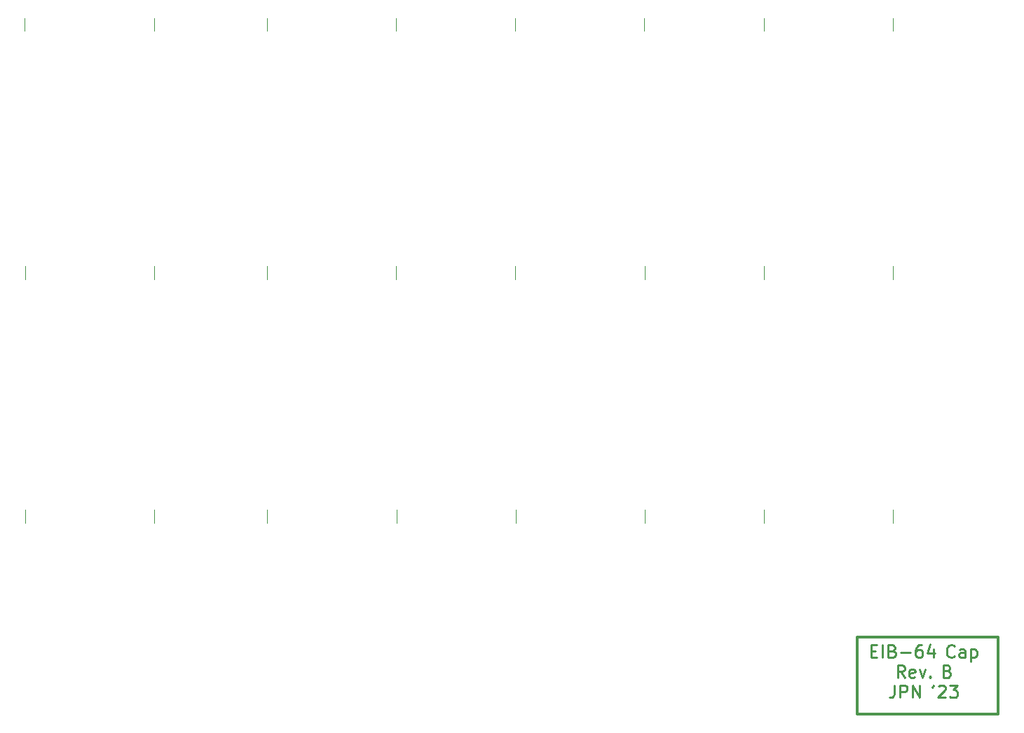
<source format=gbr>
%TF.GenerationSoftware,KiCad,Pcbnew,(7.0.0)*%
%TF.CreationDate,2023-05-18T16:05:58-04:00*%
%TF.ProjectId,eib-64-cap,6569622d-3634-42d6-9361-702e6b696361,B*%
%TF.SameCoordinates,Original*%
%TF.FileFunction,Legend,Top*%
%TF.FilePolarity,Positive*%
%FSLAX46Y46*%
G04 Gerber Fmt 4.6, Leading zero omitted, Abs format (unit mm)*
G04 Created by KiCad (PCBNEW (7.0.0)) date 2023-05-18 16:05:58*
%MOMM*%
%LPD*%
G01*
G04 APERTURE LIST*
%ADD10C,0.300000*%
%ADD11C,0.250000*%
%ADD12C,0.100000*%
G04 APERTURE END LIST*
D10*
X175031370Y-141856371D02*
X192031370Y-141856371D01*
X192031370Y-141856371D02*
X192031370Y-151206371D01*
X192031370Y-151206371D02*
X175031370Y-151206371D01*
X175031370Y-151206371D02*
X175031370Y-141856371D01*
D11*
X176688512Y-143541728D02*
X177188512Y-143541728D01*
X177402798Y-144327442D02*
X176688512Y-144327442D01*
X176688512Y-144327442D02*
X176688512Y-142827442D01*
X176688512Y-142827442D02*
X177402798Y-142827442D01*
X178045655Y-144327442D02*
X178045655Y-142827442D01*
X179259941Y-143541728D02*
X179474227Y-143613156D01*
X179474227Y-143613156D02*
X179545656Y-143684585D01*
X179545656Y-143684585D02*
X179617084Y-143827442D01*
X179617084Y-143827442D02*
X179617084Y-144041728D01*
X179617084Y-144041728D02*
X179545656Y-144184585D01*
X179545656Y-144184585D02*
X179474227Y-144256013D01*
X179474227Y-144256013D02*
X179331370Y-144327442D01*
X179331370Y-144327442D02*
X178759941Y-144327442D01*
X178759941Y-144327442D02*
X178759941Y-142827442D01*
X178759941Y-142827442D02*
X179259941Y-142827442D01*
X179259941Y-142827442D02*
X179402799Y-142898871D01*
X179402799Y-142898871D02*
X179474227Y-142970299D01*
X179474227Y-142970299D02*
X179545656Y-143113156D01*
X179545656Y-143113156D02*
X179545656Y-143256013D01*
X179545656Y-143256013D02*
X179474227Y-143398871D01*
X179474227Y-143398871D02*
X179402799Y-143470299D01*
X179402799Y-143470299D02*
X179259941Y-143541728D01*
X179259941Y-143541728D02*
X178759941Y-143541728D01*
X180259941Y-143756013D02*
X181402799Y-143756013D01*
X182759942Y-142827442D02*
X182474227Y-142827442D01*
X182474227Y-142827442D02*
X182331370Y-142898871D01*
X182331370Y-142898871D02*
X182259942Y-142970299D01*
X182259942Y-142970299D02*
X182117084Y-143184585D01*
X182117084Y-143184585D02*
X182045656Y-143470299D01*
X182045656Y-143470299D02*
X182045656Y-144041728D01*
X182045656Y-144041728D02*
X182117084Y-144184585D01*
X182117084Y-144184585D02*
X182188513Y-144256013D01*
X182188513Y-144256013D02*
X182331370Y-144327442D01*
X182331370Y-144327442D02*
X182617084Y-144327442D01*
X182617084Y-144327442D02*
X182759942Y-144256013D01*
X182759942Y-144256013D02*
X182831370Y-144184585D01*
X182831370Y-144184585D02*
X182902799Y-144041728D01*
X182902799Y-144041728D02*
X182902799Y-143684585D01*
X182902799Y-143684585D02*
X182831370Y-143541728D01*
X182831370Y-143541728D02*
X182759942Y-143470299D01*
X182759942Y-143470299D02*
X182617084Y-143398871D01*
X182617084Y-143398871D02*
X182331370Y-143398871D01*
X182331370Y-143398871D02*
X182188513Y-143470299D01*
X182188513Y-143470299D02*
X182117084Y-143541728D01*
X182117084Y-143541728D02*
X182045656Y-143684585D01*
X184188513Y-143327442D02*
X184188513Y-144327442D01*
X183831370Y-142756013D02*
X183474227Y-143827442D01*
X183474227Y-143827442D02*
X184402798Y-143827442D01*
X186731369Y-144184585D02*
X186659941Y-144256013D01*
X186659941Y-144256013D02*
X186445655Y-144327442D01*
X186445655Y-144327442D02*
X186302798Y-144327442D01*
X186302798Y-144327442D02*
X186088512Y-144256013D01*
X186088512Y-144256013D02*
X185945655Y-144113156D01*
X185945655Y-144113156D02*
X185874226Y-143970299D01*
X185874226Y-143970299D02*
X185802798Y-143684585D01*
X185802798Y-143684585D02*
X185802798Y-143470299D01*
X185802798Y-143470299D02*
X185874226Y-143184585D01*
X185874226Y-143184585D02*
X185945655Y-143041728D01*
X185945655Y-143041728D02*
X186088512Y-142898871D01*
X186088512Y-142898871D02*
X186302798Y-142827442D01*
X186302798Y-142827442D02*
X186445655Y-142827442D01*
X186445655Y-142827442D02*
X186659941Y-142898871D01*
X186659941Y-142898871D02*
X186731369Y-142970299D01*
X188017084Y-144327442D02*
X188017084Y-143541728D01*
X188017084Y-143541728D02*
X187945655Y-143398871D01*
X187945655Y-143398871D02*
X187802798Y-143327442D01*
X187802798Y-143327442D02*
X187517084Y-143327442D01*
X187517084Y-143327442D02*
X187374226Y-143398871D01*
X188017084Y-144256013D02*
X187874226Y-144327442D01*
X187874226Y-144327442D02*
X187517084Y-144327442D01*
X187517084Y-144327442D02*
X187374226Y-144256013D01*
X187374226Y-144256013D02*
X187302798Y-144113156D01*
X187302798Y-144113156D02*
X187302798Y-143970299D01*
X187302798Y-143970299D02*
X187374226Y-143827442D01*
X187374226Y-143827442D02*
X187517084Y-143756013D01*
X187517084Y-143756013D02*
X187874226Y-143756013D01*
X187874226Y-143756013D02*
X188017084Y-143684585D01*
X188731369Y-143327442D02*
X188731369Y-144827442D01*
X188731369Y-143398871D02*
X188874227Y-143327442D01*
X188874227Y-143327442D02*
X189159941Y-143327442D01*
X189159941Y-143327442D02*
X189302798Y-143398871D01*
X189302798Y-143398871D02*
X189374227Y-143470299D01*
X189374227Y-143470299D02*
X189445655Y-143613156D01*
X189445655Y-143613156D02*
X189445655Y-144041728D01*
X189445655Y-144041728D02*
X189374227Y-144184585D01*
X189374227Y-144184585D02*
X189302798Y-144256013D01*
X189302798Y-144256013D02*
X189159941Y-144327442D01*
X189159941Y-144327442D02*
X188874227Y-144327442D01*
X188874227Y-144327442D02*
X188731369Y-144256013D01*
X180724227Y-146757442D02*
X180224227Y-146043156D01*
X179867084Y-146757442D02*
X179867084Y-145257442D01*
X179867084Y-145257442D02*
X180438513Y-145257442D01*
X180438513Y-145257442D02*
X180581370Y-145328871D01*
X180581370Y-145328871D02*
X180652799Y-145400299D01*
X180652799Y-145400299D02*
X180724227Y-145543156D01*
X180724227Y-145543156D02*
X180724227Y-145757442D01*
X180724227Y-145757442D02*
X180652799Y-145900299D01*
X180652799Y-145900299D02*
X180581370Y-145971728D01*
X180581370Y-145971728D02*
X180438513Y-146043156D01*
X180438513Y-146043156D02*
X179867084Y-146043156D01*
X181938513Y-146686013D02*
X181795656Y-146757442D01*
X181795656Y-146757442D02*
X181509942Y-146757442D01*
X181509942Y-146757442D02*
X181367084Y-146686013D01*
X181367084Y-146686013D02*
X181295656Y-146543156D01*
X181295656Y-146543156D02*
X181295656Y-145971728D01*
X181295656Y-145971728D02*
X181367084Y-145828871D01*
X181367084Y-145828871D02*
X181509942Y-145757442D01*
X181509942Y-145757442D02*
X181795656Y-145757442D01*
X181795656Y-145757442D02*
X181938513Y-145828871D01*
X181938513Y-145828871D02*
X182009942Y-145971728D01*
X182009942Y-145971728D02*
X182009942Y-146114585D01*
X182009942Y-146114585D02*
X181295656Y-146257442D01*
X182509941Y-145757442D02*
X182867084Y-146757442D01*
X182867084Y-146757442D02*
X183224227Y-145757442D01*
X183795655Y-146614585D02*
X183867084Y-146686013D01*
X183867084Y-146686013D02*
X183795655Y-146757442D01*
X183795655Y-146757442D02*
X183724227Y-146686013D01*
X183724227Y-146686013D02*
X183795655Y-146614585D01*
X183795655Y-146614585D02*
X183795655Y-146757442D01*
X185909941Y-145971728D02*
X186124227Y-146043156D01*
X186124227Y-146043156D02*
X186195656Y-146114585D01*
X186195656Y-146114585D02*
X186267084Y-146257442D01*
X186267084Y-146257442D02*
X186267084Y-146471728D01*
X186267084Y-146471728D02*
X186195656Y-146614585D01*
X186195656Y-146614585D02*
X186124227Y-146686013D01*
X186124227Y-146686013D02*
X185981370Y-146757442D01*
X185981370Y-146757442D02*
X185409941Y-146757442D01*
X185409941Y-146757442D02*
X185409941Y-145257442D01*
X185409941Y-145257442D02*
X185909941Y-145257442D01*
X185909941Y-145257442D02*
X186052799Y-145328871D01*
X186052799Y-145328871D02*
X186124227Y-145400299D01*
X186124227Y-145400299D02*
X186195656Y-145543156D01*
X186195656Y-145543156D02*
X186195656Y-145686013D01*
X186195656Y-145686013D02*
X186124227Y-145828871D01*
X186124227Y-145828871D02*
X186052799Y-145900299D01*
X186052799Y-145900299D02*
X185909941Y-145971728D01*
X185909941Y-145971728D02*
X185409941Y-145971728D01*
X179474227Y-147687442D02*
X179474227Y-148758871D01*
X179474227Y-148758871D02*
X179402798Y-148973156D01*
X179402798Y-148973156D02*
X179259941Y-149116013D01*
X179259941Y-149116013D02*
X179045655Y-149187442D01*
X179045655Y-149187442D02*
X178902798Y-149187442D01*
X180188512Y-149187442D02*
X180188512Y-147687442D01*
X180188512Y-147687442D02*
X180759941Y-147687442D01*
X180759941Y-147687442D02*
X180902798Y-147758871D01*
X180902798Y-147758871D02*
X180974227Y-147830299D01*
X180974227Y-147830299D02*
X181045655Y-147973156D01*
X181045655Y-147973156D02*
X181045655Y-148187442D01*
X181045655Y-148187442D02*
X180974227Y-148330299D01*
X180974227Y-148330299D02*
X180902798Y-148401728D01*
X180902798Y-148401728D02*
X180759941Y-148473156D01*
X180759941Y-148473156D02*
X180188512Y-148473156D01*
X181688512Y-149187442D02*
X181688512Y-147687442D01*
X181688512Y-147687442D02*
X182545655Y-149187442D01*
X182545655Y-149187442D02*
X182545655Y-147687442D01*
X184231370Y-147687442D02*
X184088513Y-147973156D01*
X184802799Y-147830299D02*
X184874227Y-147758871D01*
X184874227Y-147758871D02*
X185017085Y-147687442D01*
X185017085Y-147687442D02*
X185374227Y-147687442D01*
X185374227Y-147687442D02*
X185517085Y-147758871D01*
X185517085Y-147758871D02*
X185588513Y-147830299D01*
X185588513Y-147830299D02*
X185659942Y-147973156D01*
X185659942Y-147973156D02*
X185659942Y-148116013D01*
X185659942Y-148116013D02*
X185588513Y-148330299D01*
X185588513Y-148330299D02*
X184731370Y-149187442D01*
X184731370Y-149187442D02*
X185659942Y-149187442D01*
X186159941Y-147687442D02*
X187088513Y-147687442D01*
X187088513Y-147687442D02*
X186588513Y-148258871D01*
X186588513Y-148258871D02*
X186802798Y-148258871D01*
X186802798Y-148258871D02*
X186945656Y-148330299D01*
X186945656Y-148330299D02*
X187017084Y-148401728D01*
X187017084Y-148401728D02*
X187088513Y-148544585D01*
X187088513Y-148544585D02*
X187088513Y-148901728D01*
X187088513Y-148901728D02*
X187017084Y-149044585D01*
X187017084Y-149044585D02*
X186945656Y-149116013D01*
X186945656Y-149116013D02*
X186802798Y-149187442D01*
X186802798Y-149187442D02*
X186374227Y-149187442D01*
X186374227Y-149187442D02*
X186231370Y-149116013D01*
X186231370Y-149116013D02*
X186159941Y-149044585D01*
D12*
%TO.C,J3*%
X133696750Y-68587742D02*
X133696750Y-66987742D01*
X149296750Y-68587742D02*
X149296750Y-66987742D01*
%TO.C,J1*%
X90044110Y-68587742D02*
X90044110Y-66987742D01*
X74444110Y-68587742D02*
X74444110Y-66987742D01*
%TO.C,J2*%
X103696750Y-68587742D02*
X103696750Y-66987742D01*
X119296750Y-68587742D02*
X119296750Y-66987742D01*
%TO.C,J4*%
X163696750Y-68587742D02*
X163696750Y-66987742D01*
X179296750Y-68587742D02*
X179296750Y-66987742D01*
%TO.C,J9*%
X74481370Y-128081371D02*
X74481370Y-126481371D01*
X90081370Y-128081371D02*
X90081370Y-126481371D01*
%TO.C,J10*%
X103734010Y-128081371D02*
X103734010Y-126481371D01*
X119334010Y-128081371D02*
X119334010Y-126481371D01*
%TO.C,J7*%
X149315380Y-98587742D02*
X149315380Y-96987742D01*
X133715380Y-98587742D02*
X133715380Y-96987742D01*
%TO.C,J11*%
X133734010Y-128081371D02*
X133734010Y-126481371D01*
X149334010Y-128081371D02*
X149334010Y-126481371D01*
%TO.C,J12*%
X179334010Y-128081371D02*
X179334010Y-126481371D01*
X163734010Y-128081371D02*
X163734010Y-126481371D01*
%TO.C,J8*%
X179315380Y-98587742D02*
X179315380Y-96987742D01*
X163715380Y-98587742D02*
X163715380Y-96987742D01*
%TO.C,J5*%
X74462740Y-98587742D02*
X74462740Y-96987742D01*
X90062740Y-98587742D02*
X90062740Y-96987742D01*
%TO.C,J6*%
X119315380Y-98587742D02*
X119315380Y-96987742D01*
X103715380Y-98587742D02*
X103715380Y-96987742D01*
%TD*%
M02*

</source>
